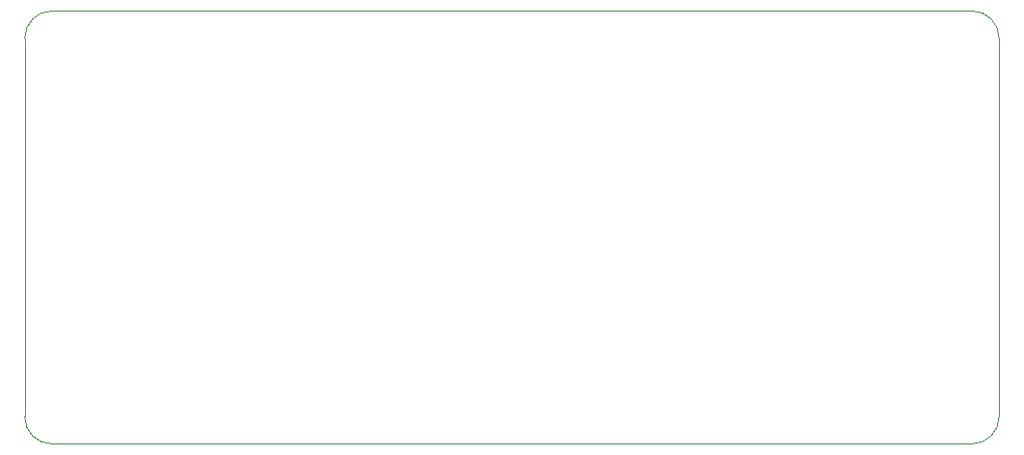
<source format=gm1>
G04 #@! TF.GenerationSoftware,KiCad,Pcbnew,(5.1.4)-1*
G04 #@! TF.CreationDate,2023-09-10T14:26:21-07:00*
G04 #@! TF.ProjectId,KeyboardPCBProj,4b657962-6f61-4726-9450-434250726f6a,rev?*
G04 #@! TF.SameCoordinates,Original*
G04 #@! TF.FileFunction,Profile,NP*
%FSLAX46Y46*%
G04 Gerber Fmt 4.6, Leading zero omitted, Abs format (unit mm)*
G04 Created by KiCad (PCBNEW (5.1.4)-1) date 2023-09-10 14:26:21*
%MOMM*%
%LPD*%
G04 APERTURE LIST*
%ADD10C,0.050000*%
G04 APERTURE END LIST*
D10*
X79375000Y-23018750D02*
X79375000Y-56356250D01*
X79375000Y-23018750D02*
G75*
G02X81756250Y-20637500I2381250J0D01*
G01*
X162718750Y-20637500D02*
X81756250Y-20637500D01*
X81756250Y-58737500D02*
G75*
G02X79375000Y-56356250I0J2381250D01*
G01*
X162718750Y-58737500D02*
X81756250Y-58737500D01*
X165100000Y-23018750D02*
X165100000Y-56356250D01*
X165100000Y-56356250D02*
G75*
G02X162718750Y-58737500I-2381250J0D01*
G01*
X162718750Y-20637500D02*
G75*
G02X165100000Y-23018750I0J-2381250D01*
G01*
M02*

</source>
